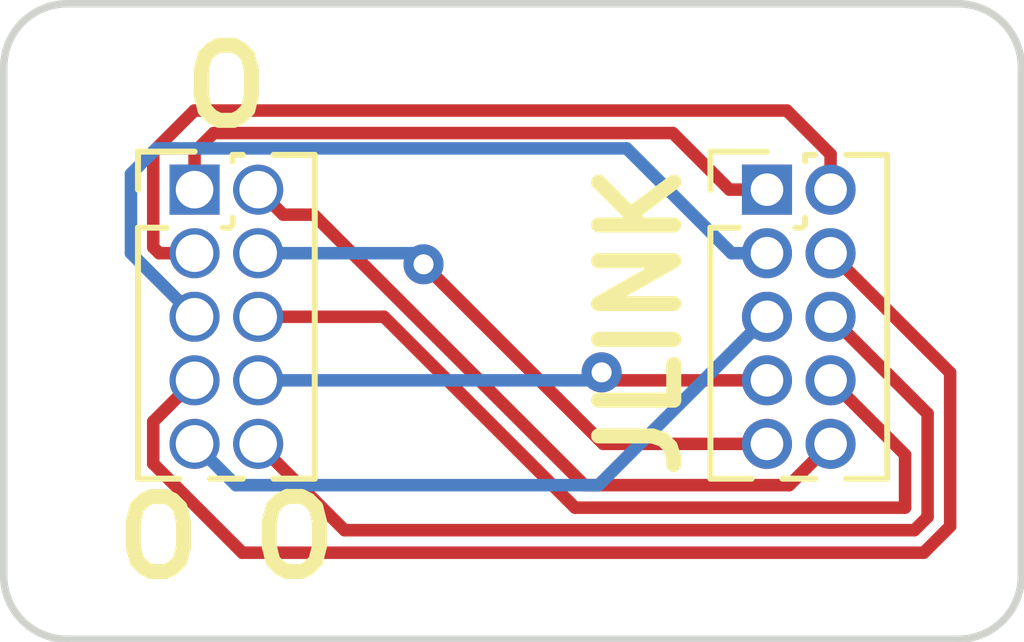
<source format=kicad_pcb>
(kicad_pcb (version 20171130) (host pcbnew "(5.0.0)")

  (general
    (thickness 1.6)
    (drawings 11)
    (tracks 57)
    (zones 0)
    (modules 2)
    (nets 11)
  )

  (page A4)
  (layers
    (0 F.Cu signal)
    (31 B.Cu signal)
    (32 B.Adhes user)
    (33 F.Adhes user)
    (34 B.Paste user)
    (35 F.Paste user)
    (36 B.SilkS user)
    (37 F.SilkS user)
    (38 B.Mask user)
    (39 F.Mask user)
    (40 Dwgs.User user)
    (41 Cmts.User user)
    (42 Eco1.User user)
    (43 Eco2.User user)
    (44 Edge.Cuts user)
    (45 Margin user)
    (46 B.CrtYd user)
    (47 F.CrtYd user)
    (48 B.Fab user)
    (49 F.Fab user)
  )

  (setup
    (last_trace_width 0.25)
    (trace_clearance 0.2)
    (zone_clearance 0.508)
    (zone_45_only no)
    (trace_min 0.2)
    (segment_width 0.2)
    (edge_width 0.15)
    (via_size 0.8)
    (via_drill 0.4)
    (via_min_size 0.4)
    (via_min_drill 0.3)
    (uvia_size 0.3)
    (uvia_drill 0.1)
    (uvias_allowed no)
    (uvia_min_size 0.2)
    (uvia_min_drill 0.1)
    (pcb_text_width 0.3)
    (pcb_text_size 1.5 1.5)
    (mod_edge_width 0.15)
    (mod_text_size 1 1)
    (mod_text_width 0.15)
    (pad_size 1 1)
    (pad_drill 0.75)
    (pad_to_mask_clearance 0.2)
    (aux_axis_origin 0 0)
    (visible_elements FFFFFF7F)
    (pcbplotparams
      (layerselection 0x010fc_ffffffff)
      (usegerberextensions false)
      (usegerberattributes false)
      (usegerberadvancedattributes false)
      (creategerberjobfile false)
      (excludeedgelayer true)
      (linewidth 0.100000)
      (plotframeref false)
      (viasonmask false)
      (mode 1)
      (useauxorigin false)
      (hpglpennumber 1)
      (hpglpenspeed 20)
      (hpglpendiameter 15.000000)
      (psnegative false)
      (psa4output false)
      (plotreference true)
      (plotvalue true)
      (plotinvisibletext false)
      (padsonsilk false)
      (subtractmaskfromsilk false)
      (outputformat 1)
      (mirror false)
      (drillshape 0)
      (scaleselection 1)
      (outputdirectory "gerber/"))
  )

  (net 0 "")
  (net 1 VTref)
  (net 2 SWDIO)
  (net 3 GND)
  (net 4 SWDCLK)
  (net 5 5V)
  (net 6 SWO)
  (net 7 RTCK)
  (net 8 TDI)
  (net 9 TRST)
  (net 10 RESET)

  (net_class Default "This is the default net class."
    (clearance 0.2)
    (trace_width 0.25)
    (via_dia 0.8)
    (via_drill 0.4)
    (uvia_dia 0.3)
    (uvia_drill 0.1)
    (add_net 5V)
    (add_net GND)
    (add_net RESET)
    (add_net RTCK)
    (add_net SWDCLK)
    (add_net SWDIO)
    (add_net SWO)
    (add_net TDI)
    (add_net TRST)
    (add_net VTref)
  )

  (module Connector_PinHeader_1.27mm:PinHeader_2x05_P1.27mm_Vertical (layer F.Cu) (tedit 5DCB8C8F) (tstamp 5DD7F4F5)
    (at 113.03 62.135001)
    (descr "Through hole straight pin header, 2x05, 1.27mm pitch, double rows")
    (tags "Through hole pin header THT 2x05 1.27mm double row")
    (path /5DCB884C)
    (fp_text reference J1 (at 0.635 -1.695) (layer F.SilkS) hide
      (effects (font (size 1 1) (thickness 0.15)))
    )
    (fp_text value Needle (at 0.635 6.775) (layer F.Fab)
      (effects (font (size 1 1) (thickness 0.15)))
    )
    (fp_line (start -0.2175 -0.635) (end 2.34 -0.635) (layer F.Fab) (width 0.1))
    (fp_line (start 2.34 -0.635) (end 2.34 5.715) (layer F.Fab) (width 0.1))
    (fp_line (start 2.34 5.715) (end -1.07 5.715) (layer F.Fab) (width 0.1))
    (fp_line (start -1.07 5.715) (end -1.07 0.2175) (layer F.Fab) (width 0.1))
    (fp_line (start -1.07 0.2175) (end -0.2175 -0.635) (layer F.Fab) (width 0.1))
    (fp_line (start -1.13 5.775) (end -0.30753 5.775) (layer F.SilkS) (width 0.12))
    (fp_line (start 1.57753 5.775) (end 2.4 5.775) (layer F.SilkS) (width 0.12))
    (fp_line (start 0.30753 5.775) (end 0.96247 5.775) (layer F.SilkS) (width 0.12))
    (fp_line (start -1.13 0.76) (end -1.13 5.775) (layer F.SilkS) (width 0.12))
    (fp_line (start 2.4 -0.695) (end 2.4 5.775) (layer F.SilkS) (width 0.12))
    (fp_line (start -1.13 0.76) (end -0.563471 0.76) (layer F.SilkS) (width 0.12))
    (fp_line (start 0.563471 0.76) (end 0.706529 0.76) (layer F.SilkS) (width 0.12))
    (fp_line (start 0.76 0.706529) (end 0.76 0.563471) (layer F.SilkS) (width 0.12))
    (fp_line (start 0.76 -0.563471) (end 0.76 -0.695) (layer F.SilkS) (width 0.12))
    (fp_line (start 0.76 -0.695) (end 0.96247 -0.695) (layer F.SilkS) (width 0.12))
    (fp_line (start 1.57753 -0.695) (end 2.4 -0.695) (layer F.SilkS) (width 0.12))
    (fp_line (start -1.13 0) (end -1.13 -0.76) (layer F.SilkS) (width 0.12))
    (fp_line (start -1.13 -0.76) (end 0 -0.76) (layer F.SilkS) (width 0.12))
    (fp_line (start -1.6 -1.15) (end -1.6 6.25) (layer F.CrtYd) (width 0.05))
    (fp_line (start -1.6 6.25) (end 2.85 6.25) (layer F.CrtYd) (width 0.05))
    (fp_line (start 2.85 6.25) (end 2.85 -1.15) (layer F.CrtYd) (width 0.05))
    (fp_line (start 2.85 -1.15) (end -1.6 -1.15) (layer F.CrtYd) (width 0.05))
    (fp_text user %R (at 0.635 2.54 90) (layer F.Fab)
      (effects (font (size 1 1) (thickness 0.15)))
    )
    (pad 1 thru_hole rect (at 0 0) (size 1 1) (drill 0.75) (layers *.Cu *.Mask)
      (net 1 VTref))
    (pad 2 thru_hole oval (at 1.27 0) (size 1 1) (drill 0.75) (layers *.Cu *.Mask)
      (net 2 SWDIO))
    (pad 3 thru_hole oval (at 0 1.27) (size 1 1) (drill 0.75) (layers *.Cu *.Mask)
      (net 3 GND))
    (pad 4 thru_hole oval (at 1.27 1.27) (size 1 1) (drill 0.75) (layers *.Cu *.Mask)
      (net 4 SWDCLK))
    (pad 5 thru_hole oval (at 0 2.54) (size 1 1) (drill 0.75) (layers *.Cu *.Mask)
      (net 5 5V))
    (pad 6 thru_hole oval (at 1.27 2.54) (size 1 1) (drill 0.75) (layers *.Cu *.Mask)
      (net 6 SWO))
    (pad 7 thru_hole oval (at 0 3.81) (size 1 1) (drill 0.75) (layers *.Cu *.Mask)
      (net 7 RTCK))
    (pad 8 thru_hole oval (at 1.27 3.81) (size 1 1) (drill 0.75) (layers *.Cu *.Mask)
      (net 8 TDI))
    (pad 9 thru_hole oval (at 0 5.08) (size 1 1) (drill 0.75) (layers *.Cu *.Mask)
      (net 9 TRST))
    (pad 10 thru_hole oval (at 1.27 5.08) (size 1 1) (drill 0.75) (layers *.Cu *.Mask)
      (net 10 RESET))
    (model ${KISYS3DMOD}/Connector_PinHeader_1.27mm.3dshapes/PinHeader_2x05_P1.27mm_Vertical.wrl
      (at (xyz 0 0 0))
      (scale (xyz 1 1 1))
      (rotate (xyz 0 0 0))
    )
  )

  (module Connector_PinHeader_1.27mm:PinHeader_2x05_P1.27mm_Vertical (layer F.Cu) (tedit 5DCB8C9A) (tstamp 5DD7F51A)
    (at 124.46 62.135001)
    (descr "Through hole straight pin header, 2x05, 1.27mm pitch, double rows")
    (tags "Through hole pin header THT 2x05 1.27mm double row")
    (path /5DCB9D73)
    (fp_text reference J2 (at 0.635 -1.695) (layer F.SilkS) hide
      (effects (font (size 1 1) (thickness 0.15)))
    )
    (fp_text value CONN (at 0.635 6.775) (layer F.Fab)
      (effects (font (size 1 1) (thickness 0.15)))
    )
    (fp_text user %R (at 0.635 2.54 90) (layer F.Fab)
      (effects (font (size 1 1) (thickness 0.15)))
    )
    (fp_line (start 2.85 -1.15) (end -1.6 -1.15) (layer F.CrtYd) (width 0.05))
    (fp_line (start 2.85 6.25) (end 2.85 -1.15) (layer F.CrtYd) (width 0.05))
    (fp_line (start -1.6 6.25) (end 2.85 6.25) (layer F.CrtYd) (width 0.05))
    (fp_line (start -1.6 -1.15) (end -1.6 6.25) (layer F.CrtYd) (width 0.05))
    (fp_line (start -1.13 -0.76) (end 0 -0.76) (layer F.SilkS) (width 0.12))
    (fp_line (start -1.13 0) (end -1.13 -0.76) (layer F.SilkS) (width 0.12))
    (fp_line (start 1.57753 -0.695) (end 2.4 -0.695) (layer F.SilkS) (width 0.12))
    (fp_line (start 0.76 -0.695) (end 0.96247 -0.695) (layer F.SilkS) (width 0.12))
    (fp_line (start 0.76 -0.563471) (end 0.76 -0.695) (layer F.SilkS) (width 0.12))
    (fp_line (start 0.76 0.706529) (end 0.76 0.563471) (layer F.SilkS) (width 0.12))
    (fp_line (start 0.563471 0.76) (end 0.706529 0.76) (layer F.SilkS) (width 0.12))
    (fp_line (start -1.13 0.76) (end -0.563471 0.76) (layer F.SilkS) (width 0.12))
    (fp_line (start 2.4 -0.695) (end 2.4 5.775) (layer F.SilkS) (width 0.12))
    (fp_line (start -1.13 0.76) (end -1.13 5.775) (layer F.SilkS) (width 0.12))
    (fp_line (start 0.30753 5.775) (end 0.96247 5.775) (layer F.SilkS) (width 0.12))
    (fp_line (start 1.57753 5.775) (end 2.4 5.775) (layer F.SilkS) (width 0.12))
    (fp_line (start -1.13 5.775) (end -0.30753 5.775) (layer F.SilkS) (width 0.12))
    (fp_line (start -1.07 0.2175) (end -0.2175 -0.635) (layer F.Fab) (width 0.1))
    (fp_line (start -1.07 5.715) (end -1.07 0.2175) (layer F.Fab) (width 0.1))
    (fp_line (start 2.34 5.715) (end -1.07 5.715) (layer F.Fab) (width 0.1))
    (fp_line (start 2.34 -0.635) (end 2.34 5.715) (layer F.Fab) (width 0.1))
    (fp_line (start -0.2175 -0.635) (end 2.34 -0.635) (layer F.Fab) (width 0.1))
    (pad 10 thru_hole oval (at 1.27 5.08) (size 1 1) (drill 0.65) (layers *.Cu *.Mask)
      (net 2 SWDIO))
    (pad 9 thru_hole oval (at 0 5.08) (size 1 1) (drill 0.65) (layers *.Cu *.Mask)
      (net 4 SWDCLK))
    (pad 8 thru_hole oval (at 1.27 3.81) (size 1 1) (drill 0.65) (layers *.Cu *.Mask)
      (net 6 SWO))
    (pad 7 thru_hole oval (at 0 3.81) (size 1 1) (drill 0.65) (layers *.Cu *.Mask)
      (net 8 TDI))
    (pad 6 thru_hole oval (at 1.27 2.54) (size 1 1) (drill 0.65) (layers *.Cu *.Mask)
      (net 10 RESET))
    (pad 5 thru_hole oval (at 0 2.54) (size 1 1) (drill 0.65) (layers *.Cu *.Mask)
      (net 9 TRST))
    (pad 4 thru_hole oval (at 1.27 1.27) (size 1 1) (drill 0.65) (layers *.Cu *.Mask)
      (net 7 RTCK))
    (pad 3 thru_hole oval (at 0 1.27) (size 1 1) (drill 0.65) (layers *.Cu *.Mask)
      (net 5 5V))
    (pad 2 thru_hole oval (at 1.27 0) (size 1 1) (drill 0.65) (layers *.Cu *.Mask)
      (net 3 GND))
    (pad 1 thru_hole rect (at 0 0) (size 1 1) (drill 0.65) (layers *.Cu *.Mask)
      (net 1 VTref))
    (model ${KISYS3DMOD}/Connector_PinHeader_1.27mm.3dshapes/PinHeader_2x05_P1.27mm_Vertical.wrl
      (at (xyz 0 0 0))
      (scale (xyz 1 1 1))
      (rotate (xyz 0 0 0))
    )
  )

  (gr_text JLINK (at 121.92 64.77 90) (layer F.SilkS)
    (effects (font (size 1.5 1.5) (thickness 0.3)))
  )
  (gr_text O (at 113.665 60.071) (layer F.SilkS)
    (effects (font (size 1.5 1.5) (thickness 0.3)))
  )
  (gr_text "O O" (at 113.665 69.088) (layer F.SilkS)
    (effects (font (size 1.5 1.5) (thickness 0.3)))
  )
  (gr_arc (start 110.49 69.85) (end 109.22 69.85) (angle -90) (layer Edge.Cuts) (width 0.15))
  (gr_arc (start 128.27 69.85) (end 128.27 71.12) (angle -90) (layer Edge.Cuts) (width 0.15))
  (gr_arc (start 128.27 59.69) (end 129.54 59.69) (angle -90) (layer Edge.Cuts) (width 0.15))
  (gr_arc (start 110.49 59.69) (end 110.49 58.42) (angle -90) (layer Edge.Cuts) (width 0.15))
  (gr_line (start 109.22 69.85) (end 109.22 59.69) (layer Edge.Cuts) (width 0.15))
  (gr_line (start 128.27 71.12) (end 110.49 71.12) (layer Edge.Cuts) (width 0.15))
  (gr_line (start 129.54 59.69) (end 129.54 69.85) (layer Edge.Cuts) (width 0.15))
  (gr_line (start 110.49 58.42) (end 128.27 58.42) (layer Edge.Cuts) (width 0.15))

  (segment (start 113.03 61.385001) (end 113.411 61.004001) (width 0.25) (layer F.Cu) (net 1))
  (segment (start 113.03 62.135001) (end 113.03 61.385001) (width 0.25) (layer F.Cu) (net 1))
  (segment (start 123.71 62.135001) (end 124.46 62.135001) (width 0.25) (layer F.Cu) (net 1))
  (segment (start 122.579 61.004001) (end 123.71 62.135001) (width 0.25) (layer F.Cu) (net 1))
  (segment (start 113.411 61.004001) (end 122.579 61.004001) (width 0.25) (layer F.Cu) (net 1))
  (segment (start 115.408583 62.635) (end 120.813585 68.040002) (width 0.25) (layer F.Cu) (net 2))
  (segment (start 120.813585 68.040002) (end 124.904999 68.040002) (width 0.25) (layer F.Cu) (net 2))
  (segment (start 114.799999 62.635) (end 115.408583 62.635) (width 0.25) (layer F.Cu) (net 2))
  (segment (start 124.904999 68.040002) (end 125.230001 67.715) (width 0.25) (layer F.Cu) (net 2))
  (segment (start 125.230001 67.715) (end 125.73 67.215001) (width 0.25) (layer F.Cu) (net 2))
  (segment (start 114.3 62.135001) (end 114.799999 62.635) (width 0.25) (layer F.Cu) (net 2))
  (segment (start 125.73 61.427895) (end 125.73 62.135001) (width 0.25) (layer F.Cu) (net 3))
  (segment (start 124.856096 60.553991) (end 125.73 61.427895) (width 0.25) (layer F.Cu) (net 3))
  (segment (start 112.204999 61.375) (end 113.026008 60.553991) (width 0.25) (layer F.Cu) (net 3))
  (segment (start 113.026008 60.553991) (end 124.856096 60.553991) (width 0.25) (layer F.Cu) (net 3))
  (segment (start 112.204999 63.287106) (end 112.204999 61.375) (width 0.25) (layer F.Cu) (net 3))
  (segment (start 112.322894 63.405001) (end 112.204999 63.287106) (width 0.25) (layer F.Cu) (net 3))
  (segment (start 113.03 63.405001) (end 112.322894 63.405001) (width 0.25) (layer F.Cu) (net 3))
  (via (at 117.602 63.627) (size 0.8) (drill 0.4) (layers F.Cu B.Cu) (net 4))
  (segment (start 118.001999 64.026999) (end 117.602 63.627) (width 0.25) (layer F.Cu) (net 4))
  (segment (start 121.190001 67.215001) (end 118.001999 64.026999) (width 0.25) (layer F.Cu) (net 4))
  (segment (start 124.46 67.215001) (end 121.190001 67.215001) (width 0.25) (layer F.Cu) (net 4))
  (segment (start 117.380001 63.405001) (end 117.602 63.627) (width 0.25) (layer B.Cu) (net 4))
  (segment (start 114.3 63.405001) (end 117.380001 63.405001) (width 0.25) (layer B.Cu) (net 4))
  (segment (start 113.03 64.675001) (end 111.76 63.405001) (width 0.25) (layer B.Cu) (net 5))
  (segment (start 123.752894 63.405001) (end 124.46 63.405001) (width 0.25) (layer B.Cu) (net 5))
  (segment (start 121.657893 61.31) (end 123.752894 63.405001) (width 0.25) (layer B.Cu) (net 5))
  (segment (start 112.269999 61.31) (end 121.657893 61.31) (width 0.25) (layer B.Cu) (net 5))
  (segment (start 111.76 61.819999) (end 112.269999 61.31) (width 0.25) (layer B.Cu) (net 5))
  (segment (start 111.76 63.405001) (end 111.76 61.819999) (width 0.25) (layer B.Cu) (net 5))
  (segment (start 127.216988 68.490012) (end 127.216988 67.431989) (width 0.25) (layer F.Cu) (net 6))
  (segment (start 120.627184 68.490012) (end 127.216988 68.490012) (width 0.25) (layer F.Cu) (net 6))
  (segment (start 116.812173 64.675001) (end 120.627184 68.490012) (width 0.25) (layer F.Cu) (net 6))
  (segment (start 127.216988 67.431989) (end 125.73 65.945001) (width 0.25) (layer F.Cu) (net 6))
  (segment (start 114.3 64.675001) (end 116.812173 64.675001) (width 0.25) (layer F.Cu) (net 6))
  (segment (start 128.117008 65.792009) (end 125.73 63.405001) (width 0.25) (layer F.Cu) (net 7))
  (segment (start 112.204999 66.770002) (end 112.204999 67.611002) (width 0.25) (layer F.Cu) (net 7))
  (segment (start 112.204999 67.611002) (end 113.984029 69.390032) (width 0.25) (layer F.Cu) (net 7))
  (segment (start 113.03 65.945001) (end 112.204999 66.770002) (width 0.25) (layer F.Cu) (net 7))
  (segment (start 113.984029 69.390032) (end 127.589789 69.390031) (width 0.25) (layer F.Cu) (net 7))
  (segment (start 127.589789 69.390031) (end 128.117008 68.862812) (width 0.25) (layer F.Cu) (net 7))
  (segment (start 128.117008 68.862812) (end 128.117008 65.792009) (width 0.25) (layer F.Cu) (net 7))
  (segment (start 124.46 65.945001) (end 121.317001 65.945001) (width 0.25) (layer F.Cu) (net 8))
  (segment (start 114.3 65.945001) (end 120.998999 65.945001) (width 0.25) (layer B.Cu) (net 8))
  (via (at 121.158 65.786) (size 0.8) (drill 0.4) (layers F.Cu B.Cu) (net 8))
  (segment (start 121.317001 65.945001) (end 121.158 65.786) (width 0.25) (layer F.Cu) (net 8))
  (segment (start 120.998999 65.945001) (end 121.158 65.786) (width 0.25) (layer B.Cu) (net 8))
  (segment (start 123.960001 65.175) (end 124.46 64.675001) (width 0.25) (layer B.Cu) (net 9))
  (segment (start 113.03 67.215001) (end 113.855001 68.040002) (width 0.25) (layer B.Cu) (net 9))
  (segment (start 121.094999 68.040002) (end 123.960001 65.175) (width 0.25) (layer B.Cu) (net 9))
  (segment (start 113.855001 68.040002) (end 121.094999 68.040002) (width 0.25) (layer B.Cu) (net 9))
  (segment (start 126.229999 65.175) (end 125.73 64.675001) (width 0.25) (layer F.Cu) (net 10))
  (segment (start 127.666998 66.611999) (end 126.229999 65.175) (width 0.25) (layer F.Cu) (net 10))
  (segment (start 127.666998 68.676412) (end 127.666998 66.611999) (width 0.25) (layer F.Cu) (net 10))
  (segment (start 127.403388 68.940022) (end 127.666998 68.676412) (width 0.25) (layer F.Cu) (net 10))
  (segment (start 116.025021 68.940022) (end 127.403388 68.940022) (width 0.25) (layer F.Cu) (net 10))
  (segment (start 114.3 67.215001) (end 116.025021 68.940022) (width 0.25) (layer F.Cu) (net 10))

)

</source>
